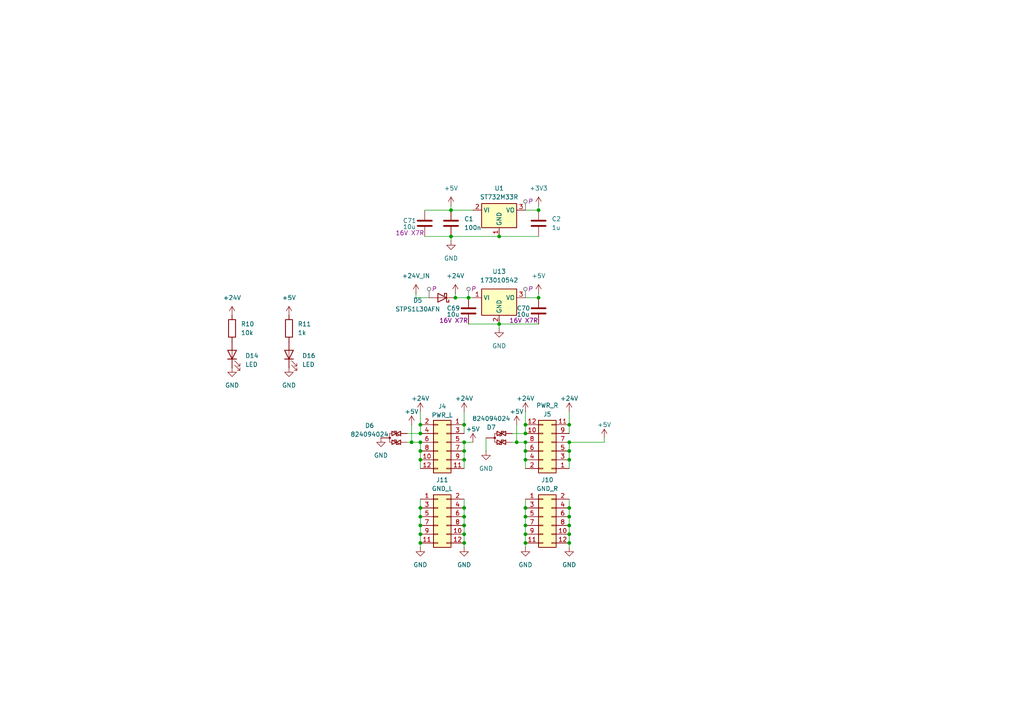
<source format=kicad_sch>
(kicad_sch (version 20231120) (generator "eeschema") (generator_version "8.0")
  (paper "A4")
  (lib_symbols
    (symbol "Connector_Generic:Conn_02x06_Odd_Even" (pin_names (offset 1.016) hide)
      (property "Reference" "J" (at 1.27 7.62 0))
      (property "Value" "Conn_02x06_Odd_Even" (at 1.27 -10.16 0))
      (symbol "Conn_02x06_Odd_Even_1_1"
        (rectangle (start -1.27 -7.493) (end 0 -7.747) (stroke (width 0.1524)))
        (rectangle (start -1.27 -4.953) (end 0 -5.207) (stroke (width 0.1524)))
        (rectangle (start -1.27 -2.413) (end 0 -2.667) (stroke (width 0.1524)))
        (rectangle (start -1.27 0.127) (end 0 -0.127) (stroke (width 0.1524)))
        (rectangle (start -1.27 2.667) (end 0 2.413) (stroke (width 0.1524)))
        (rectangle (start -1.27 5.207) (end 0 4.953) (stroke (width 0.1524)))
        (rectangle (start -1.27 6.35) (end 3.81 -8.89) (stroke (width 0.254)) (fill (type background)))
        (rectangle (start 3.81 -7.493) (end 2.54 -7.747) (stroke (width 0.1524)))
        (rectangle (start 3.81 -4.953) (end 2.54 -5.207) (stroke (width 0.1524)))
        (rectangle (start 3.81 -2.413) (end 2.54 -2.667) (stroke (width 0.1524)))
        (rectangle (start 3.81 0.127) (end 2.54 -0.127) (stroke (width 0.1524)))
        (rectangle (start 3.81 2.667) (end 2.54 2.413) (stroke (width 0.1524)))
        (rectangle (start 3.81 5.207) (end 2.54 4.953) (stroke (width 0.1524)))
        (pin passive line (at -5.08 5.08 0) (length 3.81) (name "Pin_1") (number "1"))
        (pin passive line (at 7.62 -5.08 180) (length 3.81) (name "Pin_10") (number "10"))
        (pin passive line (at -5.08 -7.62 0) (length 3.81) (name "Pin_11") (number "11"))
        (pin passive line (at 7.62 -7.62 180) (length 3.81) (name "Pin_12") (number "12"))
        (pin passive line (at 7.62 5.08 180) (length 3.81) (name "Pin_2") (number "2"))
        (pin passive line (at -5.08 2.54 0) (length 3.81) (name "Pin_3") (number "3"))
        (pin passive line (at 7.62 2.54 180) (length 3.81) (name "Pin_4") (number "4"))
        (pin passive line (at -5.08 0 0) (length 3.81) (name "Pin_5") (number "5"))
        (pin passive line (at 7.62 0 180) (length 3.81) (name "Pin_6") (number "6"))
        (pin passive line (at -5.08 -2.54 0) (length 3.81) (name "Pin_7") (number "7"))
        (pin passive line (at 7.62 -2.54 180) (length 3.81) (name "Pin_8") (number "8"))
        (pin passive line (at -5.08 -5.08 0) (length 3.81) (name "Pin_9") (number "9"))
      )
    )
    (symbol "D_TVS_Dual_AAC_1" (pin_numbers hide) (pin_names (offset 1.016) hide)
      (property "Reference" "D6" (at 0 3.81 0))
      (property "Value" "824022" (at 0 6.35 0))
      (symbol "D_TVS_Dual_AAC_1_0_1"
        (polyline (pts (xy -1.27 0) (xy -1.27 0.635)))
        (polyline (pts (xy -1.27 0) (xy 1.27 0)))
        (polyline (pts (xy 1.27 0) (xy 1.27 0.635)))
        (polyline (pts (xy -1.905 2.54) (xy -1.905 1.905) (xy -0.635 1.905) (xy -0.635 1.27)) (stroke (width 0.254)))
        (polyline (pts (xy 0.635 2.54) (xy 0.635 1.905) (xy 1.905 1.905) (xy 1.905 1.27)) (stroke (width 0.254)))
        (polyline (pts (xy -1.905 3.175) (xy -0.635 0.635) (xy -1.905 0.635) (xy -0.635 3.175) (xy -1.905 3.175)) (stroke (width 0.254)))
        (polyline (pts (xy 0.635 3.175) (xy 1.905 0.635) (xy 0.635 0.635) (xy 1.905 3.175) (xy 0.635 3.175)) (stroke (width 0.254)))
        (circle (center 0 0) (radius 0.254) (fill (type outline)))
      )
      (symbol "D_TVS_Dual_AAC_1_1_1"
        (pin passive line (at -1.27 5.08 270) (length 1.905) (name "A1") (number "1"))
        (pin passive line (at 1.27 5.08 270) (length 1.905) (name "A2") (number "2"))
        (pin passive line (at 0 -2.54 90) (length 2.54) (name "common") (number "3"))
      )
    )
    (symbol "Device:C" (pin_numbers hide) (pin_names (offset 0.254))
      (property "Reference" "C" (at 0.635 2.54 0))
      (property "Value" "C" (at 0.635 -2.54 0))
      (symbol "C_0_1"
        (polyline (pts (xy -2.032 -0.762) (xy 2.032 -0.762)) (stroke (width 0.508)))
        (polyline (pts (xy -2.032 0.762) (xy 2.032 0.762)) (stroke (width 0.508)))
      )
      (symbol "C_1_1"
        (pin passive line (at 0 3.81 270) (length 2.794) (name "~") (number "1"))
        (pin passive line (at 0 -3.81 90) (length 2.794) (name "~") (number "2"))
      )
    )
    (symbol "Device:D_Schottky" (pin_numbers hide) (pin_names (offset 1.016) hide)
      (property "Reference" "D6" (at -0.3175 -6.35 0))
      (property "Value" "STPS1L30AFN" (at -0.3175 -3.81 0))
      (symbol "D_Schottky_0_1"
        (polyline (pts (xy 1.27 0) (xy -1.27 0)))
        (polyline (pts (xy 1.27 1.27) (xy 1.27 -1.27) (xy -1.27 0) (xy 1.27 1.27)) (stroke (width 0.254)))
        (polyline (pts (xy -1.905 0.635) (xy -1.905 1.27) (xy -1.27 1.27) (xy -1.27 -1.27) (xy -0.635 -1.27) (xy -0.635 -0.635)) (stroke (width 0.254)))
      )
      (symbol "D_Schottky_1_1"
        (pin passive line (at -3.81 0 0) (length 2.54) (name "K") (number "1"))
        (pin passive line (at 3.81 0 180) (length 2.54) (name "A") (number "2"))
      )
    )
    (symbol "Device:LED" (pin_numbers hide) (pin_names (offset 1.016) hide)
      (property "Reference" "D" (at 0 2.54 0))
      (property "Value" "LED" (at 0 -2.54 0))
      (symbol "LED_0_1"
        (polyline (pts (xy -1.27 -1.27) (xy -1.27 1.27)) (stroke (width 0.254)))
        (polyline (pts (xy -1.27 0) (xy 1.27 0)))
        (polyline (pts (xy 1.27 -1.27) (xy 1.27 1.27) (xy -1.27 0) (xy 1.27 -1.27)) (stroke (width 0.254)))
        (polyline (pts (xy -3.048 -0.762) (xy -4.572 -2.286) (xy -3.81 -2.286) (xy -4.572 -2.286) (xy -4.572 -1.524)))
        (polyline (pts (xy -1.778 -0.762) (xy -3.302 -2.286) (xy -2.54 -2.286) (xy -3.302 -2.286) (xy -3.302 -1.524)))
      )
      (symbol "LED_1_1"
        (pin passive line (at -3.81 0 0) (length 2.54) (name "K") (number "1"))
        (pin passive line (at 3.81 0 180) (length 2.54) (name "A") (number "2"))
      )
    )
    (symbol "Device:R" (pin_numbers hide) (pin_names (offset 0))
      (property "Reference" "R" (at 2.032 0 90))
      (property "Value" "R" (at 0 0 90))
      (symbol "R_0_1"
        (rectangle (start -1.016 -2.54) (end 1.016 2.54) (stroke (width 0.254)))
      )
      (symbol "R_1_1"
        (pin passive line (at 0 3.81 270) (length 1.27) (name "~") (number "1"))
        (pin passive line (at 0 -3.81 90) (length 1.27) (name "~") (number "2"))
      )
    )
    (symbol "Regulator_Linear:LD1117S33TR_SOT223"
      (property "Reference" "U5" (at 0 6.35 0))
      (property "Value" "ST732M33R" (at 0 3.81 0))
      (symbol "LD1117S33TR_SOT223_0_1"
        (rectangle (start -5.08 -5.08) (end 5.08 1.905) (stroke (width 0.254)) (fill (type background)))
      )
      (symbol "LD1117S33TR_SOT223_1_1"
        (pin power_in line (at 0 -7.62 90) (length 2.54) (name "GND") (number "1"))
        (pin power_in line (at -7.62 0 0) (length 2.54) (name "VI") (number "2"))
        (pin power_out line (at 7.62 0 180) (length 2.54) (name "VO") (number "3"))
        (pin no_connect line (at 5.08 -3.175 0) (length 2.54) hide (name "NC") (number "4"))
        (pin no_connect line (at -5.08 -3.175 180) (length 2.54) hide (name "NC") (number "5"))
      )
    )
    (symbol "Regulator_Switching:TSR_1-2450"
      (property "Reference" "U13" (at 0 10.16 0))
      (property "Value" "173010542" (at 0 7.62 0))
      (symbol "TSR_1-2450_0_1"
        (rectangle (start -5.08 5.08) (end 5.08 -2.54) (stroke (width 0.254)) (fill (type background)))
      )
      (symbol "TSR_1-2450_1_1"
        (pin power_in line (at -7.62 2.54 0) (length 2.54) (name "VI") (number "1"))
        (pin power_in line (at 0 -5.08 90) (length 2.54) (name "GND") (number "2"))
        (pin power_out line (at 7.62 2.54 180) (length 2.54) (name "VO") (number "3"))
      )
    )
    (symbol "power:+24V" (power) (pin_numbers hide) (pin_names (offset 0) hide)
      (property "Value" "+24V" (at 0 3.556 0))
      (symbol "+24V_0_1"
        (polyline (pts (xy -0.762 1.27) (xy 0 2.54)))
        (polyline (pts (xy 0 0) (xy 0 2.54)))
        (polyline (pts (xy 0 2.54) (xy 0.762 1.27)))
      )
      (symbol "+24V_1_1"
        (pin power_in line (at 0 0 90) (length 0) (name "~") (number "1"))
      )
    )
    (symbol "power:+3V3" (power) (pin_numbers hide) (pin_names (offset 0) hide)
      (property "Value" "+3V3" (at 0 3.556 0))
      (symbol "+3V3_0_1"
        (polyline (pts (xy -0.762 1.27) (xy 0 2.54)))
        (polyline (pts (xy 0 0) (xy 0 2.54)))
        (polyline (pts (xy 0 2.54) (xy 0.762 1.27)))
      )
      (symbol "+3V3_1_1"
        (pin power_in line (at 0 0 90) (length 0) (name "~") (number "1"))
      )
    )
    (symbol "power:+5V" (power) (pin_numbers hide) (pin_names (offset 0) hide)
      (property "Value" "+5V" (at 0 3.556 0))
      (symbol "+5V_0_1"
        (polyline (pts (xy -0.762 1.27) (xy 0 2.54)))
        (polyline (pts (xy 0 0) (xy 0 2.54)))
        (polyline (pts (xy 0 2.54) (xy 0.762 1.27)))
      )
      (symbol "+5V_1_1"
        (pin power_in line (at 0 0 90) (length 0) (name "~") (number "1"))
      )
    )
    (symbol "power:GND" (power) (pin_numbers hide) (pin_names (offset 0) hide)
      (property "Value" "GND" (at 0 -3.81 0))
      (symbol "GND_0_1"
        (polyline (pts (xy 0 0) (xy 0 -1.27) (xy 1.27 -1.27) (xy 0 -2.54) (xy -1.27 -1.27) (xy 0 -1.27)))
      )
      (symbol "GND_1_1"
        (pin power_in line (at 0 0 270) (length 0) (name "~") (number "1"))
      )
    )
  )
  (junction (at 152.4 154.94))
  (junction (at 119.38 128.27))
  (junction (at 134.62 154.94))
  (junction (at 152.4 157.48))
  (junction (at 134.62 128.27))
  (junction (at 132.08 86.36))
  (junction (at 134.62 133.35))
  (junction (at 121.92 147.32))
  (junction (at 156.21 60.96))
  (junction (at 152.4 152.4))
  (junction (at 152.4 130.81))
  (junction (at 149.86 128.27))
  (junction (at 165.1 157.48))
  (junction (at 152.4 133.35))
  (junction (at 121.92 149.86))
  (junction (at 152.4 149.86))
  (junction (at 121.92 133.35))
  (junction (at 165.1 128.27))
  (junction (at 165.1 130.81))
  (junction (at 134.62 152.4))
  (junction (at 121.92 130.81))
  (junction (at 144.78 93.98))
  (junction (at 165.1 152.4))
  (junction (at 165.1 133.35))
  (junction (at 134.62 157.48))
  (junction (at 165.1 149.86))
  (junction (at 134.62 147.32))
  (junction (at 144.78 68.58))
  (junction (at 121.92 123.19))
  (junction (at 134.62 130.81))
  (junction (at 152.4 123.19))
  (junction (at 121.92 154.94))
  (junction (at 152.4 147.32))
  (junction (at 165.1 123.19))
  (junction (at 121.92 128.27))
  (junction (at 165.1 154.94))
  (junction (at 130.81 60.96))
  (junction (at 156.21 86.36))
  (junction (at 121.92 152.4))
  (junction (at 152.4 128.27))
  (junction (at 130.81 68.58))
  (junction (at 135.89 86.36))
  (junction (at 121.92 157.48))
  (junction (at 121.92 125.73))
  (junction (at 152.4 125.73))
  (junction (at 134.62 149.86))
  (junction (at 134.62 123.19))
  (junction (at 165.1 147.32))
  (wire (pts (xy 119.38 123.19) (xy 119.38 128.27)))
  (wire (pts (xy 123.19 68.58) (xy 130.81 68.58)))
  (wire (pts (xy 130.81 60.96) (xy 137.16 60.96)))
  (wire (pts (xy 144.78 93.98) (xy 156.21 93.98)))
  (wire (pts (xy 135.89 86.36) (xy 137.16 86.36)))
  (wire (pts (xy 165.1 157.48) (xy 165.1 158.75)))
  (wire (pts (xy 121.92 130.81) (xy 121.92 133.35)))
  (wire (pts (xy 165.1 152.4) (xy 165.1 154.94)))
  (wire (pts (xy 121.92 123.19) (xy 121.92 125.73)))
  (wire (pts (xy 134.62 157.48) (xy 134.62 158.75)))
  (wire (pts (xy 152.4 157.48) (xy 152.4 158.75)))
  (wire (pts (xy 152.4 149.86) (xy 152.4 152.4)))
  (wire (pts (xy 134.62 144.78) (xy 134.62 147.32)))
  (wire (pts (xy 152.4 86.36) (xy 156.21 86.36)))
  (wire (pts (xy 152.4 119.38) (xy 152.4 123.19)))
  (wire (pts (xy 135.89 93.98) (xy 144.78 93.98)))
  (wire (pts (xy 119.38 128.27) (xy 121.92 128.27)))
  (wire (pts (xy 134.62 128.27) (xy 134.62 130.81)))
  (wire (pts (xy 132.08 85.09) (xy 132.08 86.36)))
  (wire (pts (xy 118.11 125.73) (xy 121.92 125.73)))
  (wire (pts (xy 121.92 157.48) (xy 121.92 158.75)))
  (wire (pts (xy 165.1 149.86) (xy 165.1 152.4)))
  (wire (pts (xy 152.4 147.32) (xy 152.4 149.86)))
  (wire (pts (xy 134.62 130.81) (xy 134.62 133.35)))
  (wire (pts (xy 148.59 125.73) (xy 152.4 125.73)))
  (wire (pts (xy 121.92 128.27) (xy 121.92 130.81)))
  (wire (pts (xy 118.11 128.27) (xy 119.38 128.27)))
  (wire (pts (xy 121.92 119.38) (xy 121.92 123.19)))
  (wire (pts (xy 121.92 147.32) (xy 121.92 149.86)))
  (wire (pts (xy 149.86 128.27) (xy 152.4 128.27)))
  (wire (pts (xy 132.08 86.36) (xy 135.89 86.36)))
  (wire (pts (xy 152.4 144.78) (xy 152.4 147.32)))
  (wire (pts (xy 134.62 133.35) (xy 134.62 135.89)))
  (wire (pts (xy 148.59 128.27) (xy 149.86 128.27)))
  (wire (pts (xy 121.92 149.86) (xy 121.92 152.4)))
  (wire (pts (xy 165.1 119.38) (xy 165.1 123.19)))
  (wire (pts (xy 134.62 147.32) (xy 134.62 149.86)))
  (wire (pts (xy 140.97 127) (xy 140.97 130.81)))
  (wire (pts (xy 120.65 86.36) (xy 124.46 86.36)))
  (wire (pts (xy 121.92 154.94) (xy 121.92 157.48)))
  (wire (pts (xy 134.62 119.38) (xy 134.62 123.19)))
  (wire (pts (xy 130.81 60.96) (xy 130.81 59.69)))
  (wire (pts (xy 130.81 68.58) (xy 144.78 68.58)))
  (wire (pts (xy 152.4 123.19) (xy 152.4 125.73)))
  (wire (pts (xy 165.1 128.27) (xy 165.1 130.81)))
  (wire (pts (xy 152.4 154.94) (xy 152.4 157.48)))
  (wire (pts (xy 152.4 60.96) (xy 156.21 60.96)))
  (wire (pts (xy 165.1 154.94) (xy 165.1 157.48)))
  (wire (pts (xy 152.4 130.81) (xy 152.4 133.35)))
  (wire (pts (xy 144.78 68.58) (xy 156.21 68.58)))
  (wire (pts (xy 165.1 123.19) (xy 165.1 125.73)))
  (wire (pts (xy 149.86 123.19) (xy 149.86 128.27)))
  (wire (pts (xy 130.81 69.85) (xy 130.81 68.58)))
  (wire (pts (xy 134.62 152.4) (xy 134.62 154.94)))
  (wire (pts (xy 134.62 123.19) (xy 134.62 125.73)))
  (wire (pts (xy 175.26 127) (xy 175.26 128.27)))
  (wire (pts (xy 165.1 147.32) (xy 165.1 149.86)))
  (wire (pts (xy 121.92 144.78) (xy 121.92 147.32)))
  (wire (pts (xy 156.21 86.36) (xy 156.21 85.09)))
  (wire (pts (xy 123.19 60.96) (xy 130.81 60.96)))
  (wire (pts (xy 175.26 128.27) (xy 165.1 128.27)))
  (wire (pts (xy 165.1 144.78) (xy 165.1 147.32)))
  (wire (pts (xy 152.4 128.27) (xy 152.4 130.81)))
  (wire (pts (xy 152.4 133.35) (xy 152.4 135.89)))
  (wire (pts (xy 137.16 128.27) (xy 134.62 128.27)))
  (wire (pts (xy 121.92 133.35) (xy 121.92 135.89)))
  (wire (pts (xy 144.78 93.98) (xy 144.78 95.25)))
  (wire (pts (xy 120.65 85.09) (xy 120.65 86.36)))
  (wire (pts (xy 165.1 133.35) (xy 165.1 135.89)))
  (wire (pts (xy 134.62 154.94) (xy 134.62 157.48)))
  (wire (pts (xy 134.62 149.86) (xy 134.62 152.4)))
  (wire (pts (xy 152.4 152.4) (xy 152.4 154.94)))
  (wire (pts (xy 165.1 130.81) (xy 165.1 133.35)))
  (wire (pts (xy 156.21 59.69) (xy 156.21 60.96)))
  (wire (pts (xy 121.92 152.4) (xy 121.92 154.94)))
  (netclass_flag "" (length 2.54) (shape round) (at 152.4 60.96 0) (property "Netclass" "P" (at 153.0985 58.42 0) (effects (font (italic yes)) (justify left))))
  (netclass_flag "" (length 2.54) (shape round) (at 124.46 86.36 0) (property "Netclass" "P" (at 125.1585 83.82 0) (effects (font (italic yes)) (justify left))))
  (netclass_flag "" (length 2.54) (shape round) (at 152.4 86.36 0) (property "Netclass" "P" (at 153.0985 83.82 0) (effects (font (italic yes)) (justify left))))
  (netclass_flag "" (length 2.54) (shape round) (at 135.89 86.36 0) (property "Netclass" "P" (at 136.5885 83.82 0) (effects (font (italic yes)) (justify left))))
  (symbol (lib_name "D_TVS_Dual_AAC_1") (lib_id "Device:D_TVS_Dual_AAC") (at 143.51 127 270) (unit 1)
    (property "Reference" "D7" (at 142.494 123.952 90))
    (property "Value" "824094024" (at 142.494 121.412 90))
    (property "Footprint" "Package_TO_SOT_SMD:SOT-23" (effects (hide yes)))
    (property "Datasheet" "https://www.we-online.com/de/components/products/WE-TVS#/articles/WE-TVS-SOT23-3L" (effects (hide yes)))
    (property "Description" "Bidirectional dual transient-voltage-suppression diode, center on pin 3" (effects (hide yes)))
  )
  (symbol (lib_id "Device:C") (at 156.21 90.17 0) (unit 1)
    (property "Reference" "C70" (at 149.86 89.408 0) (effects (justify left)))
    (property "Value" "10u" (at 149.86 91.186 0) (effects (justify left)))
    (property "Footprint" "Capacitor_SMD:C_1210_3225Metric" (effects (hide yes)))
    (property "Datasheet" "https://www.we-online.com/components/products/datasheet/885012209014.pdf" (effects (hide yes)))
    (property "Description" "Unpolarized capacitor" (effects (hide yes)))
    (property "Field5" "16V X7R" (at 151.892 92.964 0))
  )
  (symbol (lib_id "power:GND") (at 165.1 158.75 0) (unit 1)
    (property "Reference" "#PWR0129" (effects (hide yes)))
    (property "Value" "GND" (at 165.1 163.83 0))
    (property "Description" "Power symbol creates a global label with name \"GND\" , ground" (effects (hide yes)))
  )
  (symbol (lib_id "Device:C") (at 156.21 64.77 0) (unit 1)
    (property "Reference" "C2" (at 160.02 63.4999 0) (effects (justify left)))
    (property "Value" "1u" (at 160.02 66.0399 0) (effects (justify left)))
    (property "Footprint" "Capacitor_SMD:C_0603_1608Metric" (effects (hide yes)))
    (property "Description" "Unpolarized capacitor" (effects (hide yes)))
  )
  (symbol (lib_id "power:GND") (at 152.4 158.75 0) (unit 1)
    (property "Reference" "#PWR0130" (effects (hide yes)))
    (property "Value" "GND" (at 152.4 163.83 0))
    (property "Description" "Power symbol creates a global label with name \"GND\" , ground" (effects (hide yes)))
  )
  (symbol (lib_id "power:+5V") (at 149.86 123.19 0) (unit 1)
    (property "Reference" "#PWR0123" (effects (hide yes)))
    (property "Value" "+5V" (at 149.86 119.38 0))
    (property "Description" "Power symbol creates a global label with name \"+5V\"" (effects (hide yes)))
  )
  (symbol (lib_id "Connector_Generic:Conn_02x06_Odd_Even") (at 157.48 149.86 0) (unit 1)
    (property "Reference" "J10" (at 158.75 139.192 0))
    (property "Value" "GND_R" (at 158.75 141.732 0))
    (property "Footprint" "sensor_nodes_footprints:Molex_iGrid_2x06" (effects (hide yes)))
    (property "Description" "Generic connector, double row, 02x06, odd/even pin numbering scheme (row 1 odd numbers, row 2 even numbers), script generated (kicad-library-utils/schlib/autogen/connector/)" (effects (hide yes)))
  )
  (symbol (lib_id "Connector_Generic:Conn_02x06_Odd_Even") (at 160.02 130.81 180) (unit 1)
    (property "Reference" "J5" (at 158.75 120.142 0))
    (property "Value" "PWR_R" (at 158.75 117.602 0))
    (property "Footprint" "sensor_nodes_footprints:Molex_iGrid_2x06" (effects (hide yes)))
    (property "Description" "Generic connector, double row, 02x06, odd/even pin numbering scheme (row 1 odd numbers, row 2 even numbers), script generated (kicad-library-utils/schlib/autogen/connector/)" (effects (hide yes)))
  )
  (symbol (lib_id "power:+5V") (at 119.38 123.19 0) (unit 1)
    (property "Reference" "#PWR026" (effects (hide yes)))
    (property "Value" "+5V" (at 119.38 119.38 0))
    (property "Description" "Power symbol creates a global label with name \"+5V\"" (effects (hide yes)))
  )
  (symbol (lib_id "power:+24V") (at 165.1 119.38 0) (unit 1)
    (property "Reference" "#PWR0128" (effects (hide yes)))
    (property "Value" "+24V" (at 165.1 115.57 0))
    (property "Description" "Power symbol creates a global label with name \"+24V\"" (effects (hide yes)))
  )
  (symbol (lib_id "Connector_Generic:Conn_02x06_Odd_Even") (at 127 149.86 0) (unit 1)
    (property "Reference" "J11" (at 128.27 139.192 0))
    (property "Value" "GND_L" (at 128.27 141.732 0))
    (property "Footprint" "sensor_nodes_footprints:Molex_iGrid_2x06" (effects (hide yes)))
    (property "Description" "Generic connector, double row, 02x06, odd/even pin numbering scheme (row 1 odd numbers, row 2 even numbers), script generated (kicad-library-utils/schlib/autogen/connector/)" (effects (hide yes)))
  )
  (symbol (lib_id "power:GND") (at 130.81 69.85 0) (unit 1)
    (property "Reference" "#PWR04" (effects (hide yes)))
    (property "Value" "GND" (at 130.81 74.93 0))
    (property "Description" "Power symbol creates a global label with name \"GND\" , ground" (effects (hide yes)))
  )
  (symbol (lib_id "Device:R") (at 67.31 95.25 0) (unit 1)
    (property "Reference" "R10" (at 69.85 93.9799 0) (effects (justify left)))
    (property "Value" "10k" (at 69.85 96.5199 0) (effects (justify left)))
    (property "Footprint" "Resistor_SMD:R_0603_1608Metric" (effects (hide yes)))
    (property "Description" "Resistor" (effects (hide yes)))
  )
  (symbol (lib_id "Device:LED") (at 67.31 102.87 90) (unit 1)
    (property "Reference" "D14" (at 71.12 103.1874 90) (effects (justify right)))
    (property "Value" "LED" (at 71.12 105.7274 90) (effects (justify right)))
    (property "Footprint" "LED_SMD:LED_0603_1608Metric" (effects (hide yes)))
    (property "Description" "Light emitting diode" (effects (hide yes)))
  )
  (symbol (lib_id "power:GND") (at 134.62 158.75 0) (unit 1)
    (property "Reference" "#PWR0131" (effects (hide yes)))
    (property "Value" "GND" (at 134.62 163.83 0))
    (property "Description" "Power symbol creates a global label with name \"GND\" , ground" (effects (hide yes)))
  )
  (symbol (lib_id "power:+5V") (at 156.21 85.09 0) (unit 1)
    (property "Reference" "#PWR0121" (effects (hide yes)))
    (property "Value" "+5V" (at 156.21 80.01 0))
    (property "Description" "Power symbol creates a global label with name \"+5V\"" (effects (hide yes)))
  )
  (symbol (lib_id "power:GND") (at 121.92 158.75 0) (unit 1)
    (property "Reference" "#PWR0132" (effects (hide yes)))
    (property "Value" "GND" (at 121.92 163.83 0))
    (property "Description" "Power symbol creates a global label with name \"GND\" , ground" (effects (hide yes)))
  )
  (symbol (lib_id "power:+24V") (at 134.62 119.38 0) (unit 1)
    (property "Reference" "#PWR0126" (effects (hide yes)))
    (property "Value" "+24V" (at 134.62 115.57 0))
    (property "Description" "Power symbol creates a global label with name \"+24V\"" (effects (hide yes)))
  )
  (symbol (lib_id "Device:C") (at 123.19 64.77 0) (unit 1)
    (property "Reference" "C71" (at 116.84 64.008 0) (effects (justify left)))
    (property "Value" "10u" (at 116.84 65.786 0) (effects (justify left)))
    (property "Footprint" "Capacitor_SMD:C_1210_3225Metric" (effects (hide yes)))
    (property "Datasheet" "https://www.we-online.com/components/products/datasheet/885012209014.pdf" (effects (hide yes)))
    (property "Description" "Unpolarized capacitor" (effects (hide yes)))
    (property "Field5" "16V X7R" (at 118.872 67.564 0))
  )
  (symbol (lib_id "Device:C") (at 130.81 64.77 0) (unit 1)
    (property "Reference" "C1" (at 134.62 63.4999 0) (effects (justify left)))
    (property "Value" "100n" (at 134.62 66.0399 0) (effects (justify left)))
    (property "Footprint" "Capacitor_SMD:C_0603_1608Metric" (effects (hide yes)))
    (property "Description" "Unpolarized capacitor" (effects (hide yes)))
  )
  (symbol (lib_id "power:+24V") (at 120.65 85.09 0) (unit 1)
    (property "Reference" "#PWR019" (effects (hide yes)))
    (property "Value" "+24V_IN" (at 120.65 80.01 0))
    (property "Description" "Power symbol creates a global label with name \"+24V\"" (effects (hide yes)))
  )
  (symbol (lib_id "Regulator_Switching:TSR_1-2450") (at 144.78 88.9 0) (unit 1)
    (property "Reference" "U13" (at 144.78 78.74 0))
    (property "Value" "173010542" (at 144.78 81.28 0))
    (property "Footprint" "Converter_DCDC:Converter_DCDC_TRACO_TSR-1_THT" (effects (hide yes)))
    (property "Datasheet" "https://www.we-online.com/components/products/datasheet/173010542.pdf" (effects (hide yes)))
  )
  (symbol (lib_id "Device:C") (at 135.89 90.17 0) (unit 1)
    (property "Reference" "C69" (at 129.54 89.408 0) (effects (justify left)))
    (property "Value" "10u" (at 129.54 91.186 0) (effects (justify left)))
    (property "Footprint" "Capacitor_SMD:C_1210_3225Metric" (effects (hide yes)))
    (property "Datasheet" "https://www.we-online.com/components/products/datasheet/885012209014.pdf" (effects (hide yes)))
    (property "Description" "Unpolarized capacitor" (effects (hide yes)))
    (property "Field5" "16V X7R" (at 131.572 92.964 0))
  )
  (symbol (lib_id "Regulator_Linear:LD1117S33TR_SOT223") (at 144.78 60.96 0) (unit 1)
    (property "Reference" "U1" (at 144.78 54.61 0))
    (property "Value" "ST732M33R" (at 144.78 57.15 0))
    (property "Footprint" "Package_TO_SOT_SMD:SOT-23-5" (effects (hide yes)))
    (property "Datasheet" "https://www.st.com/resource/en/datasheet/st732.pdf" (effects (hide yes)))
    (property "Description" "800mA Fixed Low Drop Positive Voltage Regulator, Fixed Output 3.3V, SOT-223" (effects (hide yes)))
  )
  (symbol (lib_id "power:+5V") (at 137.16 128.27 0) (unit 1)
    (property "Reference" "#PWR0122" (effects (hide yes)))
    (property "Value" "+5V" (at 137.16 124.46 0))
    (property "Description" "Power symbol creates a global label with name \"+5V\"" (effects (hide yes)))
  )
  (symbol (lib_id "power:+24V") (at 67.31 91.44 0) (unit 1)
    (property "Reference" "#PWR075" (effects (hide yes)))
    (property "Value" "+24V" (at 67.31 86.36 0))
    (property "Description" "Power symbol creates a global label with name \"+24V\"" (effects (hide yes)))
  )
  (symbol (lib_id "power:+5V") (at 130.81 59.69 0) (unit 1)
    (property "Reference" "#PWR03" (effects (hide yes)))
    (property "Value" "+5V" (at 130.81 54.61 0))
    (property "Description" "Power symbol creates a global label with name \"+5V\"" (effects (hide yes)))
  )
  (symbol (lib_id "power:GND") (at 140.97 130.81 0) (unit 1)
    (property "Reference" "#PWR035" (effects (hide yes)))
    (property "Value" "GND" (at 140.97 135.89 0))
    (property "Description" "Power symbol creates a global label with name \"GND\" , ground" (effects (hide yes)))
  )
  (symbol (lib_id "power:GND") (at 67.31 106.68 0) (unit 1)
    (property "Reference" "#PWR083" (effects (hide yes)))
    (property "Value" "GND" (at 67.31 111.76 0))
    (property "Description" "Power symbol creates a global label with name \"GND\" , ground" (effects (hide yes)))
  )
  (symbol (lib_id "power:GND") (at 110.49 127 0) (unit 1)
    (property "Reference" "#PWR043" (effects (hide yes)))
    (property "Value" "GND" (at 110.49 132.08 0))
    (property "Description" "Power symbol creates a global label with name \"GND\" , ground" (effects (hide yes)))
  )
  (symbol (lib_id "power:+24V") (at 152.4 119.38 0) (unit 1)
    (property "Reference" "#PWR0127" (effects (hide yes)))
    (property "Value" "+24V" (at 152.4 115.57 0))
    (property "Description" "Power symbol creates a global label with name \"+24V\"" (effects (hide yes)))
  )
  (symbol (lib_id "power:GND") (at 83.82 106.68 0) (unit 1)
    (property "Reference" "#PWR096" (effects (hide yes)))
    (property "Value" "GND" (at 83.82 111.76 0))
    (property "Description" "Power symbol creates a global label with name \"GND\" , ground" (effects (hide yes)))
  )
  (symbol (lib_id "Connector_Generic:Conn_02x06_Odd_Even") (at 129.54 128.27 0) (mirror y) (unit 1)
    (property "Reference" "J4" (at 128.27 117.856 0))
    (property "Value" "PWR_L" (at 128.27 120.396 0))
    (property "Footprint" "sensor_nodes_footprints:Molex_iGrid_2x06" (effects (hide yes)))
    (property "Description" "Generic connector, double row, 02x06, odd/even pin numbering scheme (row 1 odd numbers, row 2 even numbers), script generated (kicad-library-utils/schlib/autogen/connector/)" (effects (hide yes)))
  )
  (symbol (lib_id "power:GND") (at 144.78 95.25 0) (unit 1)
    (property "Reference" "#PWR020" (effects (hide yes)))
    (property "Value" "GND" (at 144.78 100.33 0))
    (property "Description" "Power symbol creates a global label with name \"GND\" , ground" (effects (hide yes)))
  )
  (symbol (lib_id "Device:LED") (at 83.82 102.87 90) (unit 1)
    (property "Reference" "D16" (at 87.63 103.1874 90) (effects (justify right)))
    (property "Value" "LED" (at 87.63 105.7274 90) (effects (justify right)))
    (property "Footprint" "LED_SMD:LED_0603_1608Metric" (effects (hide yes)))
    (property "Description" "Light emitting diode" (effects (hide yes)))
  )
  (symbol (lib_id "power:+24V") (at 121.92 119.38 0) (unit 1)
    (property "Reference" "#PWR0125" (effects (hide yes)))
    (property "Value" "+24V" (at 121.92 115.57 0))
    (property "Description" "Power symbol creates a global label with name \"+24V\"" (effects (hide yes)))
  )
  (symbol (lib_id "power:+3V3") (at 156.21 59.69 0) (unit 1)
    (property "Reference" "#PWR06" (effects (hide yes)))
    (property "Value" "+3V3" (at 156.21 54.61 0))
    (property "Description" "Power symbol creates a global label with name \"+3V3\"" (effects (hide yes)))
  )
  (symbol (lib_id "Device:D_Schottky") (at 128.27 86.36 180) (unit 1)
    (property "Reference" "D5" (at 121.158 87.122 0))
    (property "Value" "STPS1L30AFN" (at 121.158 89.662 0))
    (property "Footprint" "Diode_SMD:D_SMA" (effects (hide yes)))
    (property "Datasheet" "https://www.st.com/resource/en/datasheet/stps1l30.pdf" (effects (hide yes)))
    (property "Description" "Schottky diode" (effects (hide yes)))
  )
  (symbol (lib_id "power:+24V") (at 132.08 85.09 0) (unit 1)
    (property "Reference" "#PWR067" (effects (hide yes)))
    (property "Value" "+24V" (at 132.08 80.01 0))
    (property "Description" "Power symbol creates a global label with name \"+24V\"" (effects (hide yes)))
  )
  (symbol (lib_id "Device:R") (at 83.82 95.25 0) (unit 1)
    (property "Reference" "R11" (at 86.36 93.9799 0) (effects (justify left)))
    (property "Value" "1k" (at 86.36 96.5199 0) (effects (justify left)))
    (property "Footprint" "Resistor_SMD:R_0603_1608Metric" (effects (hide yes)))
    (property "Description" "Resistor" (effects (hide yes)))
  )
  (symbol (lib_name "D_TVS_Dual_AAC_1") (lib_id "Device:D_TVS_Dual_AAC") (at 113.03 127 270) (mirror x) (unit 1)
    (property "Reference" "D6" (at 107.188 123.444 90))
    (property "Value" "824094024" (at 107.188 125.984 90))
    (property "Footprint" "Package_TO_SOT_SMD:SOT-23" (effects (hide yes)))
    (property "Datasheet" "https://www.we-online.com/de/components/products/WE-TVS#/articles/WE-TVS-SOT23-3L" (effects (hide yes)))
    (property "Description" "Bidirectional dual transient-voltage-suppression diode, center on pin 3" (effects (hide yes)))
  )
  (symbol (lib_id "power:+24V") (at 83.82 91.44 0) (unit 1)
    (property "Reference" "#PWR091" (effects (hide yes)))
    (property "Value" "+5V" (at 83.82 86.36 0))
    (property "Description" "Power symbol creates a global label with name \"+24V\"" (effects (hide yes)))
  )
  (symbol (lib_id "power:+5V") (at 175.26 127 0) (unit 1)
    (property "Reference" "#PWR0124" (effects (hide yes)))
    (property "Value" "+5V" (at 175.26 123.19 0))
    (property "Description" "Power symbol creates a global label with name \"+5V\"" (effects (hide yes)))
  )
)
</source>
